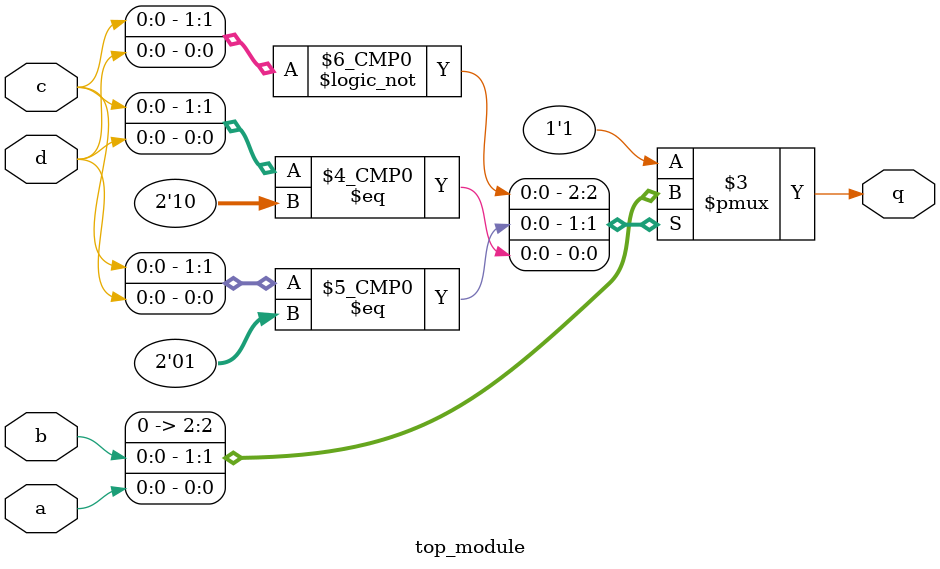
<source format=sv>
module top_module (
    input wire a,
    input wire b,
    input wire c,
    input wire d,
    output reg q
);

    // Use always @(*) for combinational circuits
    always @(*)
    begin
        // Assign output based on the input values
        case ({c, d})
            2'b00: q = 1'b0;
            2'b01: q = b;
            2'b10: q = a;
            default: q = 1'b1; // Add default case to handle unknown input
        endcase
    end

endmodule

</source>
